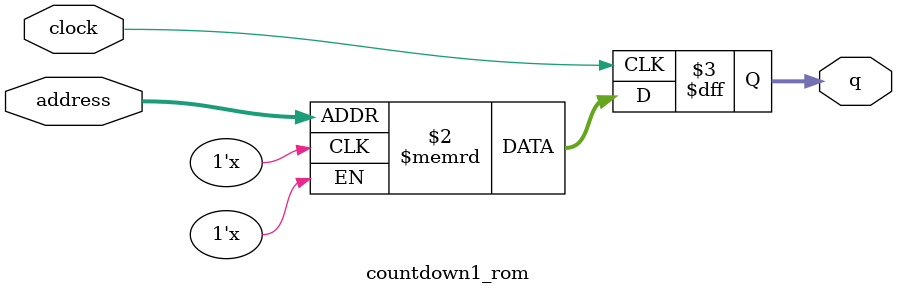
<source format=sv>
module countdown1_rom (
	input logic clock,
	input logic [11:0] address,
	output logic [1:0] q
);

logic [1:0] memory [0:4095] /* synthesis ram_init_file = "./countdown1/countdown1.mif" */;

always_ff @ (posedge clock) begin
	q <= memory[address];
end

endmodule

</source>
